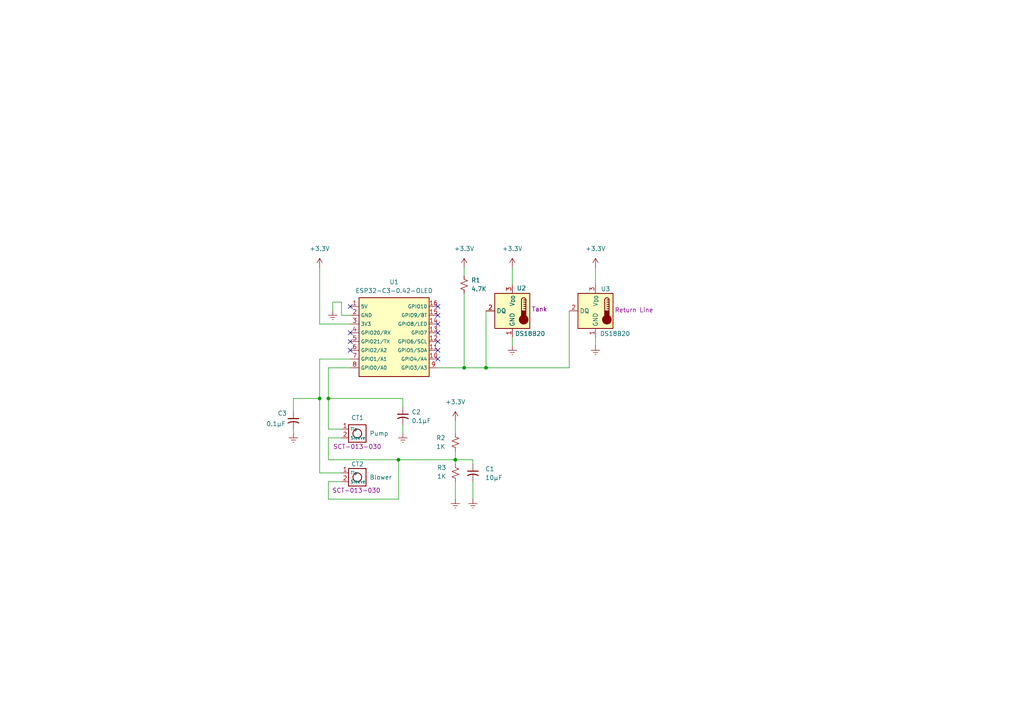
<source format=kicad_sch>
(kicad_sch (version 20250114) (generator "eeschema") (generator_version "9.0")
  (paper "A4")
  (title_block (title "Temperature and Motor Status Reporter") (date "2025-12-13") (rev "0.1") (company "Omnitronics"))
  (lib_symbols
    (symbol "Device:C_Small_US" (pin_numbers (hide yes)) (pin_names (offset 0.254) (hide yes))
      (property "Reference" "C" (at 0.254 1.778 0))
      (property "Value" "C_Small_US" (at 0.254 -2.032 0))
      (symbol "C_Small_US_0_1"
        (polyline (pts (xy -1.524 0.508) (xy 1.524 0.508)) (stroke (width 0.3048)))
        (arc (start -1.524 -0.762) (mid 0 -0.3734) (end 1.524 -0.762) (stroke (width 0.3048)))
      )
      (symbol "C_Small_US_1_1"
        (pin passive line (at 0 2.54 270) (length 2.032) (name "~") (number "1"))
        (pin passive line (at 0 -2.54 90) (length 2.032) (name "~") (number "2"))
      )
    )
    (symbol "Device:R_Small_US" (pin_numbers (hide yes)) (pin_names (offset 0.254) (hide yes))
      (property "Reference" "R" (at 0.762 0.508 0))
      (property "Value" "R_Small_US" (at 0.762 -1.016 0))
      (symbol "R_Small_US_1_1"
        (polyline (pts (xy 0 1.524) (xy 1.016 1.143) (xy 0 0.762) (xy -1.016 0.381) (xy 0 0)))
        (polyline (pts (xy 0 0) (xy 1.016 -0.381) (xy 0 -0.762) (xy -1.016 -1.143) (xy 0 -1.524)))
        (pin passive line (at 0 2.54 270) (length 1.016) (name "~") (number "1"))
        (pin passive line (at 0 -2.54 90) (length 1.016) (name "~") (number "2"))
      )
    )
    (symbol "Sensor_Temperature:DS18B20"
      (property "Reference" "U" (at -3.81 6.35 0))
      (property "Value" "DS18B20" (at 6.35 6.35 0))
      (symbol "DS18B20_0_1"
        (rectangle (start -5.08 5.08) (end 5.08 -5.08) (stroke (width 0.254)) (fill (type background)))
        (polyline (pts (xy -3.937 3.175) (xy -3.937 0)) (stroke (width 0.254)))
        (polyline (pts (xy -3.937 3.175) (xy -3.302 3.175)) (stroke (width 0.254)))
        (polyline (pts (xy -3.937 2.54) (xy -3.302 2.54)) (stroke (width 0.254)))
        (polyline (pts (xy -3.937 1.905) (xy -3.302 1.905)) (stroke (width 0.254)))
        (polyline (pts (xy -3.937 1.27) (xy -3.302 1.27)) (stroke (width 0.254)))
        (polyline (pts (xy -3.937 0.635) (xy -3.302 0.635)) (stroke (width 0.254)))
        (arc (start -3.937 3.175) (mid -3.302 3.8073) (end -2.667 3.175) (stroke (width 0.254)))
        (circle (center -3.302 -2.54) (radius 1.27) (stroke (width 0.254)) (fill (type outline)))
        (polyline (pts (xy -2.667 3.175) (xy -2.667 0)) (stroke (width 0.254)))
        (rectangle (start -2.667 -1.905) (end -3.937 0) (stroke (width 0.254)) (fill (type outline)))
      )
      (symbol "DS18B20_1_1"
        (pin power_in line (at 0 7.62 270) (length 2.54) (name "V_{DD}") (number "3"))
        (pin power_in line (at 0 -7.62 90) (length 2.54) (name "GND") (number "1"))
        (pin bidirectional line (at 7.62 0 180) (length 2.54) (name "DQ") (number "2"))
      )
    )
    (symbol "myESP:ESP32-C3-0.42-OLED"
      (property "Reference" "U" (at -10.16 11.43 0))
      (property "Value" "ESP32-C3-0.42-OLED" (at 2.54 11.43 0))
      (symbol "ESP32-C3-0.42-OLED_0_1"
        (rectangle (start -10.16 10.16) (end 10.16 -12.7) (stroke (width 0.254)) (fill (type background)))
      )
      (symbol "ESP32-C3-0.42-OLED_1_1"
        (pin power_in line (at -12.7 7.62 0) (length 2.54) (name "5V") (number "1"))
        (pin power_out line (at -12.7 5.08 0) (length 2.54) (name "GND") (number "2"))
        (pin power_out line (at -12.7 2.54 0) (length 2.54) (name "3V3") (number "3"))
        (pin bidirectional line (at -12.7 0 0) (length 2.54) (name "GPIO20/RX") (number "4"))
        (pin bidirectional line (at -12.7 -2.54 0) (length 2.54) (name "GPIO21/TX") (number "5"))
        (pin bidirectional line (at -12.7 -5.08 0) (length 2.54) (name "GPIO2/A2") (number "6"))
        (pin bidirectional line (at -12.7 -7.62 0) (length 2.54) (name "GPIO1/A1") (number "7"))
        (pin bidirectional line (at -12.7 -10.16 0) (length 2.54) (name "GPIO0/A0") (number "8"))
        (pin bidirectional line (at 12.7 7.62 180) (length 2.54) (name "GPIO10") (number "16"))
        (pin bidirectional line (at 12.7 5.08 180) (length 2.54) (name "GPIO9/BT") (number "15"))
        (pin bidirectional line (at 12.7 2.54 180) (length 2.54) (name "GPIO8/LED") (number "14"))
        (pin bidirectional line (at 12.7 0 180) (length 2.54) (name "GPIO7") (number "13"))
        (pin bidirectional line (at 12.7 -2.54 180) (length 2.54) (name "GPIO6/SCL") (number "12"))
        (pin bidirectional line (at 12.7 -5.08 180) (length 2.54) (name "GPIO5/SDA") (number "11"))
        (pin bidirectional line (at 12.7 -7.62 180) (length 2.54) (name "GPIO4/A4") (number "10"))
        (pin bidirectional line (at 12.7 -10.16 180) (length 2.54) (name "GPIO3/A3") (number "9"))
      )
    )
    (symbol "myESP:SCT-013-030"
      (property "Reference" "CT" (at 0 5.08 0))
      (property "Value" "SCT-013-030" (at 0 -5.08 0))
      (symbol "SCT-013-030_0_1"
        (rectangle (start -2.54 2.54) (end 2.54 -2.54) (stroke (width 0.254)))
        (circle (center 0 0) (radius 1.27) (stroke (width 0.254)))
      )
      (symbol "SCT-013-030_1_1"
        (pin passive line (at -4.572 1.27 0) (length 2.032) (name "Tip") (number "1"))
        (pin passive line (at -4.572 -1.27 0) (length 2.032) (name "Sleeve") (number "2"))
      )
    )
    (symbol "power:+3.3V" (power) (pin_numbers (hide yes)) (pin_names (offset 0) (hide yes))
      (property "Value" "+3.3V" (at 0 3.556 0))
      (symbol "+3.3V_0_1"
        (polyline (pts (xy -0.762 1.27) (xy 0 2.54)))
        (polyline (pts (xy 0 2.54) (xy 0.762 1.27)))
        (polyline (pts (xy 0 0) (xy 0 2.54)))
      )
      (symbol "+3.3V_1_1"
        (pin power_in line (at 0 0 90) (length 0) (name "~") (number "1"))
      )
    )
    (symbol "power:Earth" (power) (pin_numbers (hide yes)) (pin_names (offset 0) (hide yes))
      (property "Value" "Earth" (at 0 -3.81 0))
      (symbol "Earth_0_1"
        (polyline (pts (xy -0.635 -1.905) (xy 0.635 -1.905)))
        (polyline (pts (xy -0.127 -2.54) (xy 0.127 -2.54)))
        (polyline (pts (xy 0 -1.27) (xy 0 0)))
        (polyline (pts (xy 1.27 -1.27) (xy -1.27 -1.27)))
      )
      (symbol "Earth_1_1"
        (pin power_in line (at 0 0 270) (length 0) (name "~") (number "1"))
      )
    )
  )
  (junction (at 140.97 106.68))
  (junction (at 115.57 133.35))
  (junction (at 95.25 115.57))
  (junction (at 92.71 115.57))
  (junction (at 134.62 106.68))
  (junction (at 132.08 133.35))
  (no_connect (at 127 93.98))
  (no_connect (at 127 104.14))
  (no_connect (at 127 96.52))
  (no_connect (at 101.6 101.6))
  (no_connect (at 101.6 96.52))
  (no_connect (at 127 101.6))
  (no_connect (at 127 91.44))
  (no_connect (at 101.6 99.06))
  (no_connect (at 127 88.9))
  (no_connect (at 127 99.06))
  (no_connect (at 101.6 88.9))
  (wire (pts (xy 116.84 123.19) (xy 116.84 125.73)))
  (wire (pts (xy 116.84 115.57) (xy 95.25 115.57)))
  (wire (pts (xy 140.97 90.17) (xy 140.97 106.68)))
  (wire (pts (xy 85.09 124.46) (xy 85.09 125.73)))
  (wire (pts (xy 116.84 118.11) (xy 116.84 115.57)))
  (wire (pts (xy 95.25 106.68) (xy 101.6 106.68)))
  (wire (pts (xy 92.71 137.16) (xy 92.71 115.57)))
  (wire (pts (xy 165.1 90.17) (xy 165.1 106.68)))
  (wire (pts (xy 95.25 127) (xy 95.25 133.35)))
  (wire (pts (xy 140.97 106.68) (xy 134.62 106.68)))
  (wire (pts (xy 99.06 139.7) (xy 95.25 139.7)))
  (wire (pts (xy 132.08 121.92) (xy 132.08 125.73)))
  (wire (pts (xy 115.57 133.35) (xy 132.08 133.35)))
  (wire (pts (xy 134.62 106.68) (xy 134.62 85.09)))
  (wire (pts (xy 132.08 139.7) (xy 132.08 144.78)))
  (wire (pts (xy 137.16 134.62) (xy 137.16 133.35)))
  (wire (pts (xy 172.72 97.79) (xy 172.72 100.33)))
  (wire (pts (xy 92.71 104.14) (xy 101.6 104.14)))
  (wire (pts (xy 134.62 77.47) (xy 134.62 80.01)))
  (wire (pts (xy 165.1 106.68) (xy 140.97 106.68)))
  (wire (pts (xy 137.16 139.7) (xy 137.16 144.78)))
  (wire (pts (xy 92.71 115.57) (xy 92.71 104.14)))
  (wire (pts (xy 132.08 133.35) (xy 132.08 134.62)))
  (wire (pts (xy 99.06 87.63) (xy 96.52 87.63)))
  (wire (pts (xy 95.25 139.7) (xy 95.25 144.78)))
  (wire (pts (xy 95.25 115.57) (xy 95.25 106.68)))
  (wire (pts (xy 92.71 93.98) (xy 101.6 93.98)))
  (wire (pts (xy 148.59 77.47) (xy 148.59 82.55)))
  (wire (pts (xy 137.16 133.35) (xy 132.08 133.35)))
  (wire (pts (xy 99.06 127) (xy 95.25 127)))
  (wire (pts (xy 148.59 97.79) (xy 148.59 100.33)))
  (wire (pts (xy 132.08 130.81) (xy 132.08 133.35)))
  (wire (pts (xy 99.06 124.46) (xy 95.25 124.46)))
  (wire (pts (xy 95.25 133.35) (xy 115.57 133.35)))
  (wire (pts (xy 85.09 115.57) (xy 92.71 115.57)))
  (wire (pts (xy 172.72 77.47) (xy 172.72 82.55)))
  (wire (pts (xy 101.6 91.44) (xy 99.06 91.44)))
  (wire (pts (xy 115.57 144.78) (xy 115.57 133.35)))
  (wire (pts (xy 92.71 77.47) (xy 92.71 93.98)))
  (wire (pts (xy 95.25 124.46) (xy 95.25 115.57)))
  (wire (pts (xy 99.06 137.16) (xy 92.71 137.16)))
  (wire (pts (xy 85.09 119.38) (xy 85.09 115.57)))
  (wire (pts (xy 99.06 91.44) (xy 99.06 87.63)))
  (wire (pts (xy 95.25 144.78) (xy 115.57 144.78)))
  (wire (pts (xy 96.52 87.63) (xy 96.52 90.17)))
  (wire (pts (xy 127 106.68) (xy 134.62 106.68)))
  (symbol (lib_id "myESP:ESP32-C3-0.42-OLED") (at 114.3 96.52 0) (unit 1)
    (property "Reference" "U1" (at 114.3 81.788 0))
    (property "Value" "ESP32-C3-0.42-OLED" (at 114.3 84.328 0))
    (property "Footprint" "my-esp32:ESP32-C3-OLED" (effects (hide yes)))
  )
  (symbol (lib_id "Device:C_Small_US") (at 85.09 121.92 0) (unit 1)
    (property "Reference" "C3" (at 80.518 119.888 0) (effects (justify left)))
    (property "Value" "0.1μF" (at 77.216 122.936 0) (effects (justify left)))
    (property "Footprint" "Capacitor_THT:C_Disc_D3.4mm_W2.1mm_P2.50mm" (effects (hide yes)))
    (property "Description" "capacitor, small US symbol" (effects (hide yes)))
  )
  (symbol (lib_id "power:Earth") (at 132.08 144.78 0) (unit 1)
    (property "Reference" "#PWR08" (effects (hide yes)))
    (property "Value" "Earth" (effects (hide yes)))
    (property "Description" "Power symbol creates a global label with name \"Earth\"" (effects (hide yes)))
  )
  (symbol (lib_id "power:Earth") (at 148.59 100.33 0) (unit 1)
    (property "Reference" "#PWR05" (effects (hide yes)))
    (property "Value" "Earth" (effects (hide yes)))
    (property "Description" "Power symbol creates a global label with name \"Earth\"" (effects (hide yes)))
  )
  (symbol (lib_id "power:Earth") (at 137.16 144.78 0) (unit 1)
    (property "Reference" "#PWR09" (effects (hide yes)))
    (property "Value" "Earth" (effects (hide yes)))
    (property "Description" "Power symbol creates a global label with name \"Earth\"" (effects (hide yes)))
  )
  (symbol (lib_id "power:Earth") (at 172.72 100.33 0) (unit 1)
    (property "Reference" "#PWR06" (effects (hide yes)))
    (property "Value" "Earth" (effects (hide yes)))
    (property "Description" "Power symbol creates a global label with name \"Earth\"" (effects (hide yes)))
  )
  (symbol (lib_id "myESP:SCT-013-030") (at 103.632 138.43 0) (unit 1)
    (property "Reference" "CT2" (at 101.854 134.62 0) (effects (justify left)))
    (property "Value" "Blower" (at 107.188 138.43 0) (effects (justify left)))
    (property "Footprint" "Connector_PinHeader_2.54mm:PinHeader_1x02_P2.54mm_Horizontal" (effects (hide yes)))
    (property "Description" "SCT-013-030" (at 103.378 142.24 0))
  )
  (symbol (lib_id "power:Earth") (at 85.09 125.73 0) (unit 1)
    (property "Reference" "#PWR012" (effects (hide yes)))
    (property "Value" "Earth" (effects (hide yes)))
    (property "Description" "Power symbol creates a global label with name \"Earth\"" (effects (hide yes)))
  )
  (symbol (lib_id "Sensor_Temperature:DS18B20") (at 172.72 90.17 0) (mirror y) (unit 1)
    (property "Reference" "U3" (at 174.244 83.82 0) (effects (justify right)))
    (property "Value" "DS18B20" (at 173.99 96.774 0) (effects (justify right)))
    (property "Footprint" "Connector_PinHeader_2.54mm:PinHeader_1x03_P2.54mm_Horizontal" (effects (hide yes)))
    (property "Datasheet" "http://datasheets.maximintegrated.com/en/ds/DS18B20.pdf" (effects (hide yes)))
    (property "Description" "Programmable Resolution 1-Wire Digital Thermometer TO-92" (effects (hide yes)))
    (property "Location" "Return Line" (at 183.896 89.916 0))
  )
  (symbol (lib_id "Device:R_Small_US") (at 132.08 128.27 0) (unit 1)
    (property "Reference" "R2" (at 126.492 127 0) (effects (justify left)))
    (property "Value" "1K" (at 126.492 129.54 0) (effects (justify left)))
    (property "Footprint" "Resistor_THT:R_Axial_DIN0204_L3.6mm_D1.6mm_P2.54mm_Vertical" (effects (hide yes)))
    (property "Description" "Resistor, small US symbol" (effects (hide yes)))
  )
  (symbol (lib_id "Device:C_Small_US") (at 137.16 137.16 0) (unit 1)
    (property "Reference" "C1" (at 140.716 136.0169 0) (effects (justify left)))
    (property "Value" "10μF" (at 140.716 138.5569 0) (effects (justify left)))
    (property "Footprint" "Capacitor_THT:C_Disc_D3.4mm_W2.1mm_P2.50mm" (effects (hide yes)))
    (property "Description" "capacitor, small US symbol" (effects (hide yes)))
  )
  (symbol (lib_id "Sensor_Temperature:DS18B20") (at 148.59 90.17 0) (mirror y) (unit 1)
    (property "Reference" "U2" (at 149.86 83.566 0) (effects (justify right)))
    (property "Value" "DS18B20" (at 149.352 96.774 0) (effects (justify right)))
    (property "Footprint" "Connector_PinHeader_2.54mm:PinHeader_1x03_P2.54mm_Horizontal" (effects (hide yes)))
    (property "Datasheet" "http://datasheets.maximintegrated.com/en/ds/DS18B20.pdf" (effects (hide yes)))
    (property "Description" "Programmable Resolution 1-Wire Digital Thermometer TO-92" (effects (hide yes)))
    (property "Location" "Tank" (at 156.464 89.662 0))
  )
  (symbol (lib_id "power:+3.3V") (at 132.08 121.92 0) (unit 1)
    (property "Reference" "#PWR07" (effects (hide yes)))
    (property "Value" "+3.3V" (at 132.08 116.586 0))
    (property "Description" "Power symbol creates a global label with name \"+3.3V\"" (effects (hide yes)))
  )
  (symbol (lib_id "myESP:SCT-013-030") (at 103.632 125.73 0) (unit 1)
    (property "Reference" "CT1" (at 101.854 121.158 0) (effects (justify left)))
    (property "Value" "Pump" (at 107.188 125.73 0) (effects (justify left)))
    (property "Footprint" "Connector_PinHeader_2.54mm:PinHeader_1x02_P2.54mm_Horizontal" (effects (hide yes)))
    (property "Description" "SCT-013-030" (at 103.632 129.54 0))
  )
  (symbol (lib_id "power:+3.3V") (at 92.71 77.47 0) (unit 1)
    (property "Reference" "#PWR02" (effects (hide yes)))
    (property "Value" "+3.3V" (at 92.71 72.136 0))
    (property "Description" "Power symbol creates a global label with name \"+3.3V\"" (effects (hide yes)))
  )
  (symbol (lib_id "Device:C_Small_US") (at 116.84 120.65 0) (unit 1)
    (property "Reference" "C2" (at 119.38 119.5069 0) (effects (justify left)))
    (property "Value" "0.1μF" (at 119.38 122.0469 0) (effects (justify left)))
    (property "Footprint" "Capacitor_THT:C_Disc_D3.4mm_W2.1mm_P2.50mm" (effects (hide yes)))
    (property "Description" "capacitor, small US symbol" (effects (hide yes)))
  )
  (symbol (lib_id "power:+3.3V") (at 134.62 77.47 0) (unit 1)
    (property "Reference" "#PWR01" (effects (hide yes)))
    (property "Value" "+3.3V" (at 134.62 72.136 0))
    (property "Description" "Power symbol creates a global label with name \"+3.3V\"" (effects (hide yes)))
  )
  (symbol (lib_id "power:Earth") (at 96.52 90.17 0) (unit 1)
    (property "Reference" "#PWR010" (effects (hide yes)))
    (property "Value" "Earth" (effects (hide yes)))
    (property "Description" "Power symbol creates a global label with name \"Earth\"" (effects (hide yes)))
  )
  (symbol (lib_id "power:Earth") (at 116.84 125.73 0) (unit 1)
    (property "Reference" "#PWR011" (effects (hide yes)))
    (property "Value" "Earth" (effects (hide yes)))
    (property "Description" "Power symbol creates a global label with name \"Earth\"" (effects (hide yes)))
  )
  (symbol (lib_id "power:+3.3V") (at 148.59 77.47 0) (unit 1)
    (property "Reference" "#PWR03" (effects (hide yes)))
    (property "Value" "+3.3V" (at 148.59 72.136 0))
    (property "Description" "Power symbol creates a global label with name \"+3.3V\"" (effects (hide yes)))
  )
  (symbol (lib_id "power:+3.3V") (at 172.72 77.47 0) (unit 1)
    (property "Reference" "#PWR04" (effects (hide yes)))
    (property "Value" "+3.3V" (at 172.72 72.136 0))
    (property "Description" "Power symbol creates a global label with name \"+3.3V\"" (effects (hide yes)))
  )
  (symbol (lib_id "Device:R_Small_US") (at 134.62 82.55 0) (unit 1)
    (property "Reference" "R1" (at 136.652 81.2799 0) (effects (justify left)))
    (property "Value" "4.7K" (at 136.652 83.8199 0) (effects (justify left)))
    (property "Footprint" "Resistor_THT:R_Axial_DIN0204_L3.6mm_D1.6mm_P2.54mm_Vertical" (effects (hide yes)))
    (property "Description" "Resistor, small US symbol" (effects (hide yes)))
  )
  (symbol (lib_id "Device:R_Small_US") (at 132.08 137.16 0) (unit 1)
    (property "Reference" "R3" (at 126.746 135.636 0) (effects (justify left)))
    (property "Value" "1K" (at 126.746 138.176 0) (effects (justify left)))
    (property "Footprint" "Resistor_THT:R_Axial_DIN0204_L3.6mm_D1.6mm_P2.54mm_Vertical" (effects (hide yes)))
    (property "Description" "Resistor, small US symbol" (effects (hide yes)))
  )
)
</source>
